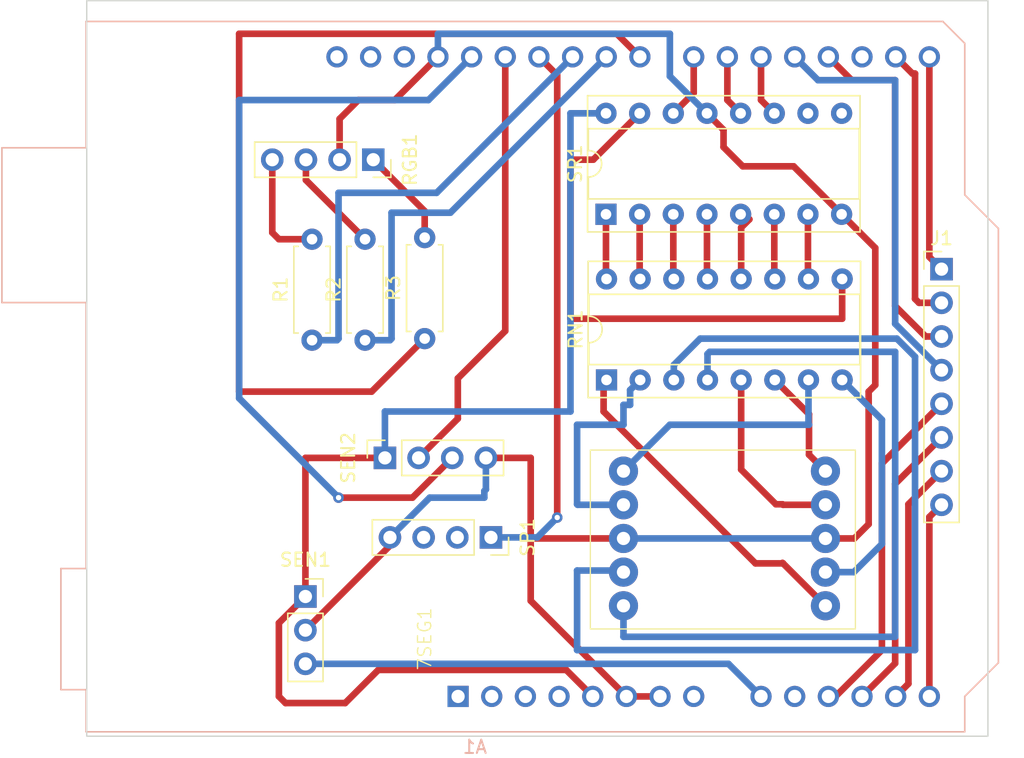
<source format=kicad_pcb>
(kicad_pcb (version 20240108) (generator "pcbnew") (generator_version "8.0")
  (layers (0 "F.Cu" signal) (31 "B.Cu" signal) (34 "B.Paste" user) (35 "F.Paste" user) (36 "B.SilkS" user "B.Silkscreen") (37 "F.SilkS" user "F.Silkscreen") (38 "B.Mask" user) (39 "F.Mask" user) (44 "Edge.Cuts" user))
  (net 0 "")
  (net 1 "/F")
  (net 2 "GND")
  (net 3 "/G")
  (net 4 "/B")
  (net 5 "/C")
  (net 6 "/A")
  (net 7 "/D")
  (net 8 "/E")
  (net 9 "/DP")
  (net 10 "/A5")
  (net 11 "/D2")
  (net 12 "/PWM11")
  (net 13 "/D13")
  (net 15 "/D7")
  (net 16 "/PWM9")
  (net 17 "/D4")
  (net 20 "/A1")
  (net 22 "/D3")
  (net 23 "/PWM10")
  (net 24 "/A2")
  (net 26 "/D12")
  (net 27 "/D6")
  (net 28 "/A3")
  (net 30 "/D1")
  (net 31 "/A0")
  (net 32 "/D0")
  (net 33 "/5v")
  (net 35 "/A4")
  (net 37 "/PWM8")
  (net 38 "/D5")
  (net 39 "Net-(RGB1-Pin_4)")
  (net 40 "Net-(RGB1-Pin_3)")
  (net 41 "Net-(RGB1-Pin_1)")
  (net 42 "Net-(RN1-R8.2)")
  (net 43 "/11")
  (net 44 "Net-(RN1-R1.2)")
  (net 45 "/12")
  (net 46 "Net-(RN1-R4.2)")
  (net 47 "Net-(RN1-R3.2)")
  (net 48 "Net-(RN1-R2.2)")
  (net 49 "/10")
  (footprint "Package_DIP:DIP-16_W7.62mm_Socket" (layer "F.Cu") (at 96.18 96.12 90)
    (property "Reference" "SR1" (at 3.81 -2.33 270) (layer "F.SilkS"))
    (property "Value" "74HC595")
    (fp_line (start 8.95 -1.39) (end -1.33 -1.39) (stroke (width 0.12)) (layer "F.SilkS"))
    (fp_line (start -1.33 -1.39) (end -1.33 19.17) (stroke (width 0.12)) (layer "F.SilkS"))
    (fp_line (start 6.46 -1.33) (end 4.81 -1.33) (stroke (width 0.12)) (layer "F.SilkS"))
    (fp_line (start 2.81 -1.33) (end 1.16 -1.33) (stroke (width 0.12)) (layer "F.SilkS"))
    (fp_line (start 1.16 -1.33) (end 1.16 19.11) (stroke (width 0.12)) (layer "F.SilkS"))
    (fp_line (start 6.46 19.11) (end 6.46 -1.33) (stroke (width 0.12)) (layer "F.SilkS"))
    (fp_line (start 1.16 19.11) (end 6.46 19.11) (stroke (width 0.12)) (layer "F.SilkS"))
    (fp_line (start 8.95 19.17) (end 8.95 -1.39) (stroke (width 0.12)) (layer "F.SilkS"))
    (fp_line (start -1.33 19.17) (end 8.95 19.17) (stroke (width 0.12)) (layer "F.SilkS"))
    (fp_arc (start 4.81 -1.33) (mid 3.81 -0.33) (end 2.81 -1.33) (stroke (width 0.12)) (layer "F.SilkS"))
    (pad "1" thru_hole rect (at 0 0 90) (size 1.6 1.6) (drill 0.8) (layers "*.Cu" "*.Mask") (net 44 "Net-(RN1-R1.2)"))
    (pad "2" thru_hole oval (at 0 2.54 90) (size 1.6 1.6) (drill 0.8) (layers "*.Cu" "*.Mask") (net 48 "Net-(RN1-R2.2)"))
    (pad "3" thru_hole oval (at 0 5.08 90) (size 1.6 1.6) (drill 0.8) (layers "*.Cu" "*.Mask") (net 47 "Net-(RN1-R3.2)"))
    (pad "4" thru_hole oval (at 0 7.62 90) (size 1.6 1.6) (drill 0.8) (layers "*.Cu" "*.Mask") (net 46 "Net-(RN1-R4.2)"))
    (pad "5" thru_hole oval (at 0 10.16 90) (size 1.6 1.6) (drill 0.8) (layers "*.Cu" "*.Mask") (net 45 "/12"))
    (pad "6" thru_hole oval (at 0 12.7 90) (size 1.6 1.6) (drill 0.8) (layers "*.Cu" "*.Mask") (net 43 "/11"))
    (pad "7" thru_hole oval (at 0 15.24 90) (size 1.6 1.6) (drill 0.8) (layers "*.Cu" "*.Mask") (net 49 "/10"))
    (pad "8" thru_hole oval (at 0 17.78 90) (size 1.6 1.6) (drill 0.8) (layers "*.Cu" "*.Mask") (net 2 "GND"))
    (pad "9" thru_hole oval (at 7.62 17.78 90) (size 1.6 1.6) (drill 0.8) (layers "*.Cu" "*.Mask"))
    (pad "10" thru_hole oval (at 7.62 15.24 90) (size 1.6 1.6) (drill 0.8) (layers "*.Cu" "*.Mask"))
    (pad "11" thru_hole oval (at 7.62 12.7 90) (size 1.6 1.6) (drill 0.8) (layers "*.Cu" "*.Mask") (net 38 "/D5"))
    (pad "12" thru_hole oval (at 7.62 10.16 90) (size 1.6 1.6) (drill 0.8) (layers "*.Cu" "*.Mask") (net 27 "/D6"))
    (pad "13" thru_hole oval (at 7.62 7.62 90) (size 1.6 1.6) (drill 0.8) (layers "*.Cu" "*.Mask") (net 2 "GND"))
    (pad "14" thru_hole oval (at 7.62 5.08 90) (size 1.6 1.6) (drill 0.8) (layers "*.Cu" "*.Mask") (net 15 "/D7"))
    (pad "15" thru_hole oval (at 7.62 2.54 90) (size 1.6 1.6) (drill 0.8) (layers "*.Cu" "*.Mask") (net 42 "Net-(RN1-R8.2)"))
    (pad "16" thru_hole oval (at 7.62 0 90) (size 1.6 1.6) (drill 0.8) (layers "*.Cu" "*.Mask") (net 33 "/5v"))
  )
  (footprint "Connector_PinSocket_2.54mm:PinSocket_1x04_P2.54mm_Vertical" (layer "F.Cu") (at 87.5 120.5 -90)
    (property "Reference" "SP1" (at 0 -2.77 90) (layer "F.SilkS"))
    (property "Value" "Conn_01x04_Socket")
    (fp_line (start -1.33 8.95) (end 1.33 8.95) (stroke (width 0.12)) (layer "F.SilkS"))
    (fp_line (start -1.33 1.27) (end -1.33 8.95) (stroke (width 0.12)) (layer "F.SilkS"))
    (fp_line (start -1.33 1.27) (end 1.33 1.27) (stroke (width 0.12)) (layer "F.SilkS"))
    (fp_line (start 1.33 1.27) (end 1.33 8.95) (stroke (width 0.12)) (layer "F.SilkS"))
    (fp_line (start 0 -1.33) (end 1.33 -1.33) (stroke (width 0.12)) (layer "F.SilkS"))
    (fp_line (start 1.33 -1.33) (end 1.33 0) (stroke (width 0.12)) (layer "F.SilkS"))
    (pad "1" thru_hole rect (at 0 0 270) (size 1.7 1.7) (drill 1) (layers "*.Cu" "*.Mask") (net 12 "/PWM11"))
    (pad "2" thru_hole oval (at 0 2.54 270) (size 1.7 1.7) (drill 1) (layers "*.Cu" "*.Mask"))
    (pad "3" thru_hole oval (at 0 5.08 270) (size 1.7 1.7) (drill 1) (layers "*.Cu" "*.Mask"))
    (pad "4" thru_hole oval (at 0 7.62 270) (size 1.7 1.7) (drill 1) (layers "*.Cu" "*.Mask") (net 2 "GND"))
  )
  (footprint "Resistor_THT:R_Axial_DIN0207_L6.3mm_D2.5mm_P7.62mm_Horizontal" (layer "F.Cu") (at 74 105.62 90)
    (property "Reference" "R1" (at 3.81 -2.37 270) (layer "F.SilkS"))
    (property "Value" "R")
    (fp_line (start 7.08 -1.37) (end 7.08 -1.04) (stroke (width 0.12)) (layer "F.SilkS"))
    (fp_line (start 0.54 -1.37) (end 7.08 -1.37) (stroke (width 0.12)) (layer "F.SilkS"))
    (fp_line (start 0.54 -1.04) (end 0.54 -1.37) (stroke (width 0.12)) (layer "F.SilkS"))
    (fp_line (start 0.54 1.04) (end 0.54 1.37) (stroke (width 0.12)) (layer "F.SilkS"))
    (fp_line (start 7.08 1.37) (end 7.08 1.04) (stroke (width 0.12)) (layer "F.SilkS"))
    (fp_line (start 0.54 1.37) (end 7.08 1.37) (stroke (width 0.12)) (layer "F.SilkS"))
    (pad "1" thru_hole circle (at 0 0 90) (size 1.6 1.6) (drill 0.8) (layers "*.Cu" "*.Mask") (net 23 "/PWM10"))
    (pad "2" thru_hole oval (at 7.62 0 90) (size 1.6 1.6) (drill 0.8) (layers "*.Cu" "*.Mask") (net 39 "Net-(RGB1-Pin_4)"))
  )
  (footprint "Resistor_THT:R_Axial_DIN0207_L6.3mm_D2.5mm_P7.62mm_Horizontal" (layer "F.Cu") (at 82.5 105.5 90)
    (property "Reference" "R3" (at 3.81 -2.37 270) (layer "F.SilkS"))
    (property "Value" "R")
    (fp_line (start 7.08 -1.37) (end 7.08 -1.04) (stroke (width 0.12)) (layer "F.SilkS"))
    (fp_line (start 0.54 -1.37) (end 7.08 -1.37) (stroke (width 0.12)) (layer "F.SilkS"))
    (fp_line (start 0.54 -1.04) (end 0.54 -1.37) (stroke (width 0.12)) (layer "F.SilkS"))
    (fp_line (start 0.54 1.04) (end 0.54 1.37) (stroke (width 0.12)) (layer "F.SilkS"))
    (fp_line (start 7.08 1.37) (end 7.08 1.04) (stroke (width 0.12)) (layer "F.SilkS"))
    (fp_line (start 0.54 1.37) (end 7.08 1.37) (stroke (width 0.12)) (layer "F.SilkS"))
    (pad "1" thru_hole circle (at 0 0 90) (size 1.6 1.6) (drill 0.8) (layers "*.Cu" "*.Mask") (net 37 "/PWM8"))
    (pad "2" thru_hole oval (at 7.62 0 90) (size 1.6 1.6) (drill 0.8) (layers "*.Cu" "*.Mask") (net 41 "Net-(RGB1-Pin_1)"))
  )
  (footprint "Connector_PinSocket_2.54mm:PinSocket_1x04_P2.54mm_Vertical" (layer "F.Cu") (at 79.5 114.5 90)
    (property "Reference" "SEN2" (at 0 -2.77 270) (layer "F.SilkS"))
    (property "Value" "Conn_01x04_Socket")
    (fp_line (start 1.33 -1.33) (end 1.33 0) (stroke (width 0.12)) (layer "F.SilkS"))
    (fp_line (start 0 -1.33) (end 1.33 -1.33) (stroke (width 0.12)) (layer "F.SilkS"))
    (fp_line (start 1.33 1.27) (end 1.33 8.95) (stroke (width 0.12)) (layer "F.SilkS"))
    (fp_line (start -1.33 1.27) (end 1.33 1.27) (stroke (width 0.12)) (layer "F.SilkS"))
    (fp_line (start -1.33 1.27) (end -1.33 8.95) (stroke (width 0.12)) (layer "F.SilkS"))
    (fp_line (start -1.33 8.95) (end 1.33 8.95) (stroke (width 0.12)) (layer "F.SilkS"))
    (pad "1" thru_hole rect (at 0 0 90) (size 1.7 1.7) (drill 1) (layers "*.Cu" "*.Mask") (net 33 "/5v"))
    (pad "2" thru_hole oval (at 0 2.54 90) (size 1.7 1.7) (drill 1) (layers "*.Cu" "*.Mask") (net 26 "/D12"))
    (pad "3" thru_hole oval (at 0 5.08 90) (size 1.7 1.7) (drill 1) (layers "*.Cu" "*.Mask") (net 13 "/D13"))
    (pad "4" thru_hole oval (at 0 7.62 90) (size 1.7 1.7) (drill 1) (layers "*.Cu" "*.Mask") (net 2 "GND"))
  )
  (footprint "Package_DIP:DIP-16_W7.62mm_Socket" (layer "F.Cu") (at 96.22 108.62 90)
    (property "Reference" "RN1" (at 3.81 -2.33 270) (layer "F.SilkS"))
    (property "Value" "R_Pack08")
    (fp_line (start 8.95 -1.39) (end -1.33 -1.39) (stroke (width 0.12)) (layer "F.SilkS"))
    (fp_line (start -1.33 -1.39) (end -1.33 19.17) (stroke (width 0.12)) (layer "F.SilkS"))
    (fp_line (start 6.46 -1.33) (end 4.81 -1.33) (stroke (width 0.12)) (layer "F.SilkS"))
    (fp_line (start 2.81 -1.33) (end 1.16 -1.33) (stroke (width 0.12)) (layer "F.SilkS"))
    (fp_line (start 1.16 -1.33) (end 1.16 19.11) (stroke (width 0.12)) (layer "F.SilkS"))
    (fp_line (start 6.46 19.11) (end 6.46 -1.33) (stroke (width 0.12)) (layer "F.SilkS"))
    (fp_line (start 1.16 19.11) (end 6.46 19.11) (stroke (width 0.12)) (layer "F.SilkS"))
    (fp_line (start 8.95 19.17) (end 8.95 -1.39) (stroke (width 0.12)) (layer "F.SilkS"))
    (fp_line (start -1.33 19.17) (end 8.95 19.17) (stroke (width 0.12)) (layer "F.SilkS"))
    (fp_arc (start 4.81 -1.33) (mid 3.81 -0.33) (end 2.81 -1.33) (stroke (width 0.12)) (layer "F.SilkS"))
    (pad "1" thru_hole rect (at 0 0 90) (size 1.6 1.6) (drill 0.8) (layers "*.Cu" "*.Mask") (net 4 "/B"))
    (pad "2" thru_hole oval (at 0 2.54 90) (size 1.6 1.6) (drill 0.8) (layers "*.Cu" "*.Mask") (net 5 "/C"))
    (pad "3" thru_hole oval (at 0 5.08 90) (size 1.6 1.6) (drill 0.8) (layers "*.Cu" "*.Mask") (net 7 "/D"))
    (pad "4" thru_hole oval (at 0 7.62 90) (size 1.6 1.6) (drill 0.8) (layers "*.Cu" "*.Mask") (net 8 "/E"))
    (pad "5" thru_hole oval (at 0 10.16 90) (size 1.6 1.6) (drill 0.8) (layers "*.Cu" "*.Mask") (net 1 "/F"))
    (pad "6" thru_hole oval (at 0 12.7 90) (size 1.6 1.6) (drill 0.8) (layers "*.Cu" "*.Mask") (net 3 "/G"))
    (pad "7" thru_hole oval (at 0 15.24 90) (size 1.6 1.6) (drill 0.8) (layers "*.Cu" "*.Mask") (net 9 "/DP"))
    (pad "8" thru_hole oval (at 0 17.78 90) (size 1.6 1.6) (drill 0.8) (layers "*.Cu" "*.Mask") (net 6 "/A"))
    (pad "9" thru_hole oval (at 7.62 17.78 90) (size 1.6 1.6) (drill 0.8) (layers "*.Cu" "*.Mask") (net 42 "Net-(RN1-R8.2)"))
    (pad "10" thru_hole oval (at 7.62 15.24 90) (size 1.6 1.6) (drill 0.8) (layers "*.Cu" "*.Mask") (net 49 "/10"))
    (pad "11" thru_hole oval (at 7.62 12.7 90) (size 1.6 1.6) (drill 0.8) (layers "*.Cu" "*.Mask") (net 43 "/11"))
    (pad "12" thru_hole oval (at 7.62 10.16 90) (size 1.6 1.6) (drill 0.8) (layers "*.Cu" "*.Mask") (net 45 "/12"))
    (pad "13" thru_hole oval (at 7.62 7.62 90) (size 1.6 1.6) (drill 0.8) (layers "*.Cu" "*.Mask") (net 46 "Net-(RN1-R4.2)"))
    (pad "14" thru_hole oval (at 7.62 5.08 90) (size 1.6 1.6) (drill 0.8) (layers "*.Cu" "*.Mask") (net 47 "Net-(RN1-R3.2)"))
    (pad "15" thru_hole oval (at 7.62 2.54 90) (size 1.6 1.6) (drill 0.8) (layers "*.Cu" "*.Mask") (net 48 "Net-(RN1-R2.2)"))
    (pad "16" thru_hole oval (at 7.62 0 90) (size 1.6 1.6) (drill 0.8) (layers "*.Cu" "*.Mask") (net 44 "Net-(RN1-R1.2)"))
  )
  (footprint "Connector_PinSocket_2.54mm:PinSocket_1x04_P2.54mm_Vertical" (layer "F.Cu") (at 78.62 92 -90)
    (property "Reference" "RGB1" (at 0 -2.77 90) (layer "F.SilkS"))
    (property "Value" "Conn_01x04_Socket")
    (fp_line (start -1.33 8.95) (end 1.33 8.95) (stroke (width 0.12)) (layer "F.SilkS"))
    (fp_line (start -1.33 1.27) (end -1.33 8.95) (stroke (width 0.12)) (layer "F.SilkS"))
    (fp_line (start -1.33 1.27) (end 1.33 1.27) (stroke (width 0.12)) (layer "F.SilkS"))
    (fp_line (start 1.33 1.27) (end 1.33 8.95) (stroke (width 0.12)) (layer "F.SilkS"))
    (fp_line (start 0 -1.33) (end 1.33 -1.33) (stroke (width 0.12)) (layer "F.SilkS"))
    (fp_line (start 1.33 -1.33) (end 1.33 0) (stroke (width 0.12)) (layer "F.SilkS"))
    (pad "1" thru_hole rect (at 0 0 270) (size 1.7 1.7) (drill 1) (layers "*.Cu" "*.Mask") (net 41 "Net-(RGB1-Pin_1)"))
    (pad "2" thru_hole oval (at 0 2.54 270) (size 1.7 1.7) (drill 1) (layers "*.Cu" "*.Mask") (net 2 "GND"))
    (pad "3" thru_hole oval (at 0 5.08 270) (size 1.7 1.7) (drill 1) (layers "*.Cu" "*.Mask") (net 40 "Net-(RGB1-Pin_3)"))
    (pad "4" thru_hole oval (at 0 7.62 270) (size 1.7 1.7) (drill 1) (layers "*.Cu" "*.Mask") (net 39 "Net-(RGB1-Pin_4)"))
  )
  (footprint "footprints:LS-5161AS" (layer "F.Cu") (at 97.5 125.66 90)
    (property "Reference" "7SEG1" (at -2.5 -15 90) (layer "F.SilkS") (effects (font (thickness 0.1))))
    (property "Value" "D168K")
    (fp_rect (start -1.75 -2.5) (end 11.75 17.5) (stroke (width 0.1)) (fill none) (layer "F.SilkS"))
    (pad "1" thru_hole circle (at 0 0 90) (size 2.2 2.2) (drill 1) (layers "*.Cu" "*.Mask") (net 8 "/E"))
    (pad "2" thru_hole circle (at 2.54 0 90) (size 2.2 2.2) (drill 1) (layers "*.Cu" "*.Mask") (net 7 "/D"))
    (pad "3" thru_hole circle (at 5.08 0 90) (size 2.2 2.2) (drill 1) (layers "*.Cu" "*.Mask") (net 2 "GND"))
    (pad "4" thru_hole circle (at 7.62 0 90) (size 2.2 2.2) (drill 1) (layers "*.Cu" "*.Mask") (net 5 "/C"))
    (pad "5" thru_hole circle (at 10.16 0 90) (size 2.2 2.2) (drill 1) (layers "*.Cu" "*.Mask") (net 9 "/DP"))
    (pad "6" thru_hole circle (at 0 15.24 90) (size 2.2 2.2) (drill 1) (layers "*.Cu" "*.Mask") (net 4 "/B"))
    (pad "7" thru_hole circle (at 2.54 15.24 90) (size 2.2 2.2) (drill 1) (layers "*.Cu" "*.Mask") (net 6 "/A"))
    (pad "8" thru_hole circle (at 5.08 15.24 90) (size 2.2 2.2) (drill 1) (layers "*.Cu" "*.Mask") (net 2 "GND"))
    (pad "9" thru_hole circle (at 7.62 15.24 90) (size 2.2 2.2) (drill 1) (layers "*.Cu" "*.Mask") (net 1 "/F"))
    (pad "10" thru_hole circle (at 10.16 15.24 90) (size 2.2 2.2) (drill 1) (layers "*.Cu" "*.Mask") (net 3 "/G"))
  )
  (footprint "Connector_PinHeader_2.54mm:PinHeader_1x08_P2.54mm_Vertical" (layer "F.Cu") (at 121.5 100.26)
    (property "Reference" "J1" (at 0 -2.33 360) (layer "F.SilkS"))
    (property "Value" "Conn_01x08_Pin")
    (fp_line (start -1.33 -1.33) (end 0 -1.33) (stroke (width 0.12)) (layer "F.SilkS"))
    (fp_line (start -1.33 0) (end -1.33 -1.33) (stroke (width 0.12)) (layer "F.SilkS"))
    (fp_line (start -1.33 1.27) (end -1.33 19.11) (stroke (width 0.12)) (layer "F.SilkS"))
    (fp_line (start -1.33 1.27) (end 1.33 1.27) (stroke (width 0.12)) (layer "F.SilkS"))
    (fp_line (start -1.33 19.11) (end 1.33 19.11) (stroke (width 0.12)) (layer "F.SilkS"))
    (fp_line (start 1.33 1.27) (end 1.33 19.11) (stroke (width 0.12)) (layer "F.SilkS"))
    (pad "1" thru_hole rect (at 0 0) (size 1.7 1.7) (drill 1) (layers "*.Cu" "*.Mask") (net 32 "/D0"))
    (pad "2" thru_hole oval (at 0 2.54) (size 1.7 1.7) (drill 1) (layers "*.Cu" "*.Mask") (net 30 "/D1"))
    (pad "3" thru_hole oval (at 0 5.08) (size 1.7 1.7) (drill 1) (layers "*.Cu" "*.Mask") (net 22 "/D3"))
    (pad "4" thru_hole oval (at 0 7.62) (size 1.7 1.7) (drill 1) (layers "*.Cu" "*.Mask") (net 17 "/D4"))
    (pad "5" thru_hole oval (at 0 10.16) (size 1.7 1.7) (drill 1) (layers "*.Cu" "*.Mask") (net 24 "/A2"))
    (pad "6" thru_hole oval (at 0 12.7) (size 1.7 1.7) (drill 1) (layers "*.Cu" "*.Mask") (net 28 "/A3"))
    (pad "7" thru_hole oval (at 0 15.24) (size 1.7 1.7) (drill 1) (layers "*.Cu" "*.Mask") (net 35 "/A4"))
    (pad "8" thru_hole oval (at 0 17.78) (size 1.7 1.7) (drill 1) (layers "*.Cu" "*.Mask") (net 10 "/A5"))
  )
  (footprint "Connector_PinSocket_2.54mm:PinSocket_1x03_P2.54mm_Vertical" (layer "F.Cu") (at 73.5 124.96)
    (property "Reference" "SEN1" (at 0 -2.77 360) (layer "F.SilkS"))
    (property "Value" "Conn_01x03_Socket")
    (fp_line (start -1.33 1.27) (end -1.33 6.41) (stroke (width 0.12)) (layer "F.SilkS"))
    (fp_line (start -1.33 1.27) (end 1.33 1.27) (stroke (width 0.12)) (layer "F.SilkS"))
    (fp_line (start -1.33 6.41) (end 1.33 6.41) (stroke (width 0.12)) (layer "F.SilkS"))
    (fp_line (start 0 -1.33) (end 1.33 -1.33) (stroke (width 0.12)) (layer "F.SilkS"))
    (fp_line (start 1.33 -1.33) (end 1.33 0) (stroke (width 0.12)) (layer "F.SilkS"))
    (fp_line (start 1.33 1.27) (end 1.33 6.41) (stroke (width 0.12)) (layer "F.SilkS"))
    (pad "1" thru_hole rect (at 0 0) (size 1.7 1.7) (drill 1) (layers "*.Cu" "*.Mask") (net 33 "/5v"))
    (pad "2" thru_hole oval (at 0 2.54) (size 1.7 1.7) (drill 1) (layers "*.Cu" "*.Mask") (net 2 "GND"))
    (pad "3" thru_hole oval (at 0 5.08) (size 1.7 1.7) (drill 1) (layers "*.Cu" "*.Mask") (net 31 "/A0"))
  )
  (footprint "Resistor_THT:R_Axial_DIN0207_L6.3mm_D2.5mm_P7.62mm_Horizontal" (layer "F.Cu") (at 78 105.62 90)
    (property "Reference" "R2" (at 3.81 -2.37 270) (layer "F.SilkS"))
    (property "Value" "R")
    (fp_line (start 7.08 -1.37) (end 7.08 -1.04) (stroke (width 0.12)) (layer "F.SilkS"))
    (fp_line (start 0.54 -1.37) (end 7.08 -1.37) (stroke (width 0.12)) (layer "F.SilkS"))
    (fp_line (start 0.54 -1.04) (end 0.54 -1.37) (stroke (width 0.12)) (layer "F.SilkS"))
    (fp_line (start 0.54 1.04) (end 0.54 1.37) (stroke (width 0.12)) (layer "F.SilkS"))
    (fp_line (start 7.08 1.37) (end 7.08 1.04) (stroke (width 0.12)) (layer "F.SilkS"))
    (fp_line (start 0.54 1.37) (end 7.08 1.37) (stroke (width 0.12)) (layer "F.SilkS"))
    (pad "1" thru_hole circle (at 0 0 90) (size 1.6 1.6) (drill 0.8) (layers "*.Cu" "*.Mask") (net 16 "/PWM9"))
    (pad "2" thru_hole oval (at 7.62 0 90) (size 1.6 1.6) (drill 0.8) (layers "*.Cu" "*.Mask") (net 40 "Net-(RGB1-Pin_3)"))
  )
  (footprint "Module:Arduino_UNO_R3" (layer "B.Cu") (at 85.02 132.5)
    (property "Reference" "A1" (at 1.27 3.81 360) (layer "B.SilkS") (effects (justify mirror)))
    (property "Value" "Arduino_UNO_R3")
    (fp_line (start -34.42 -41.4) (end -34.42 -29.72) (stroke (width 0.12)) (layer "B.SilkS"))
    (fp_line (start -34.42 -29.72) (end -28.07 -29.72) (stroke (width 0.12)) (layer "B.SilkS"))
    (fp_line (start -29.97 -9.65) (end -29.97 -0.51) (stroke (width 0.12)) (layer "B.SilkS"))
    (fp_line (start -29.97 -0.51) (end -28.07 -0.51) (stroke (width 0.12)) (layer "B.SilkS"))
    (fp_line (start -28.07 -50.93) (end -28.07 -41.4) (stroke (width 0.12)) (layer "B.SilkS"))
    (fp_line (start -28.07 -41.4) (end -34.42 -41.4) (stroke (width 0.12)) (layer "B.SilkS"))
    (fp_line (start -28.07 -29.72) (end -28.07 -9.65) (stroke (width 0.12)) (layer "B.SilkS"))
    (fp_line (start -28.07 -9.65) (end -29.97 -9.65) (stroke (width 0.12)) (layer "B.SilkS"))
    (fp_line (start -28.07 -0.51) (end -28.07 2.67) (stroke (width 0.12)) (layer "B.SilkS"))
    (fp_line (start -28.07 2.67) (end 38.23 2.67) (stroke (width 0.12)) (layer "B.SilkS"))
    (fp_line (start 36.58 -50.93) (end -28.07 -50.93) (stroke (width 0.12)) (layer "B.SilkS"))
    (fp_line (start 38.23 -49.28) (end 36.58 -50.93) (stroke (width 0.12)) (layer "B.SilkS"))
    (fp_line (start 38.23 -37.85) (end 38.23 -49.28) (stroke (width 0.12)) (layer "B.SilkS"))
    (fp_line (start 38.23 0) (end 40.77 -2.54) (stroke (width 0.12)) (layer "B.SilkS"))
    (fp_line (start 38.23 2.67) (end 38.23 0) (stroke (width 0.12)) (layer "B.SilkS"))
    (fp_line (start 40.77 -35.31) (end 38.23 -37.85) (stroke (width 0.12)) (layer "B.SilkS"))
    (fp_line (start 40.77 -2.54) (end 40.77 -35.31) (stroke (width 0.12)) (layer "B.SilkS"))
    (pad "1" thru_hole rect (at 0 0 270) (size 1.6 1.6) (drill 1) (layers "*.Cu" "*.Mask"))
    (pad "2" thru_hole oval (at 2.54 0 270) (size 1.6 1.6) (drill 1) (layers "*.Cu" "*.Mask"))
    (pad "3" thru_hole oval (at 5.08 0 270) (size 1.6 1.6) (drill 1) (layers "*.Cu" "*.Mask"))
    (pad "4" thru_hole oval (at 7.62 0 270) (size 1.6 1.6) (drill 1) (layers "*.Cu" "*.Mask"))
    (pad "5" thru_hole oval (at 10.16 0 270) (size 1.6 1.6) (drill 1) (layers "*.Cu" "*.Mask") (net 33 "/5v"))
    (pad "6" thru_hole oval (at 12.7 0 270) (size 1.6 1.6) (drill 1) (layers "*.Cu" "*.Mask") (net 2 "GND"))
    (pad "7" thru_hole oval (at 15.24 0 270) (size 1.6 1.6) (drill 1) (layers "*.Cu" "*.Mask") (net 2 "GND"))
    (pad "8" thru_hole oval (at 17.78 0 270) (size 1.6 1.6) (drill 1) (layers "*.Cu" "*.Mask"))
    (pad "9" thru_hole oval (at 22.86 0 270) (size 1.6 1.6) (drill 1) (layers "*.Cu" "*.Mask") (net 31 "/A0"))
    (pad "10" thru_hole oval (at 25.4 0 270) (size 1.6 1.6) (drill 1) (layers "*.Cu" "*.Mask") (net 20 "/A1"))
    (pad "11" thru_hole oval (at 27.94 0 270) (size 1.6 1.6) (drill 1) (layers "*.Cu" "*.Mask") (net 24 "/A2"))
    (pad "12" thru_hole oval (at 30.48 0 270) (size 1.6 1.6) (drill 1) (layers "*.Cu" "*.Mask") (net 28 "/A3"))
    (pad "13" thru_hole oval (at 33.02 0 270) (size 1.6 1.6) (drill 1) (layers "*.Cu" "*.Mask") (net 35 "/A4"))
    (pad "14" thru_hole oval (at 35.56 0 270) (size 1.6 1.6) (drill 1) (layers "*.Cu" "*.Mask") (net 10 "/A5"))
    (pad "15" thru_hole oval (at 35.56 -48.26 270) (size 1.6 1.6) (drill 1) (layers "*.Cu" "*.Mask") (net 32 "/D0"))
    (pad "16" thru_hole oval (at 33.02 -48.26 270) (size 1.6 1.6) (drill 1) (layers "*.Cu" "*.Mask") (net 30 "/D1"))
    (pad "17" thru_hole oval (at 30.48 -48.26 270) (size 1.6 1.6) (drill 1) (layers "*.Cu" "*.Mask") (net 11 "/D2"))
    (pad "18" thru_hole oval (at 27.94 -48.26 270) (size 1.6 1.6) (drill 1) (layers "*.Cu" "*.Mask") (net 22 "/D3"))
    (pad "19" thru_hole oval (at 25.4 -48.26 270) (size 1.6 1.6) (drill 1) (layers "*.Cu" "*.Mask") (net 17 "/D4"))
    (pad "20" thru_hole oval (at 22.86 -48.26 270) (size 1.6 1.6) (drill 1) (layers "*.Cu" "*.Mask") (net 38 "/D5"))
    (pad "21" thru_hole oval (at 20.32 -48.26 270) (size 1.6 1.6) (drill 1) (layers "*.Cu" "*.Mask") (net 27 "/D6"))
    (pad "22" thru_hole oval (at 17.78 -48.26 270) (size 1.6 1.6) (drill 1) (layers "*.Cu" "*.Mask") (net 15 "/D7"))
    (pad "23" thru_hole oval (at 13.72 -48.26 270) (size 1.6 1.6) (drill 1) (layers "*.Cu" "*.Mask") (net 37 "/PWM8"))
    (pad "24" thru_hole oval (at 11.18 -48.26 270) (size 1.6 1.6) (drill 1) (layers "*.Cu" "*.Mask") (net 16 "/PWM9"))
    (pad "25" thru_hole oval (at 8.64 -48.26 270) (size 1.6 1.6) (drill 1) (layers "*.Cu" "*.Mask") (net 23 "/PWM10"))
    (pad "26" thru_hole oval (at 6.1 -48.26 270) (size 1.6 1.6) (drill 1) (layers "*.Cu" "*.Mask") (net 12 "/PWM11"))
    (pad "27" thru_hole oval (at 3.56 -48.26 270) (size 1.6 1.6) (drill 1) (layers "*.Cu" "*.Mask") (net 26 "/D12"))
    (pad "28" thru_hole oval (at 1.02 -48.26 270) (size 1.6 1.6) (drill 1) (layers "*.Cu" "*.Mask") (net 13 "/D13"))
    (pad "29" thru_hole oval (at -1.52 -48.26 270) (size 1.6 1.6) (drill 1) (layers "*.Cu" "*.Mask") (net 2 "GND"))
    (pad "30" thru_hole oval (at -4.06 -48.26 270) (size 1.6 1.6) (drill 1) (layers "*.Cu" "*.Mask"))
    (pad "31" thru_hole oval (at -6.6 -48.26 270) (size 1.6 1.6) (drill 1) (layers "*.Cu" "*.Mask"))
    (pad "32" thru_hole oval (at -9.14 -48.26 270) (size 1.6 1.6) (drill 1) (layers "*.Cu" "*.Mask"))
  )
  (gr_rect (start 57 80) (end 125 135.5) (stroke (width 0.1)) (fill none) (layer "Edge.Cuts"))
  (segment (start 109.5 118) (end 109.54 118.04) (width 0.5) (layer "F.Cu") (net 1))
  (segment (start 106.38 108.62) (end 106.38 115.38) (width 0.5) (layer "F.Cu") (net 1))
  (segment (start 106.38 115.38) (end 109 118) (width 0.5) (layer "F.Cu") (net 1))
  (segment (start 109 118) (end 109.5 118) (width 0.5) (layer "F.Cu") (net 1))
  (segment (start 109.54 118.04) (end 112.74 118.04) (width 0.5) (layer "F.Cu") (net 1))
  (segment (start 90.5 120.5) (end 90.5 114.5) (width 0.5) (layer "F.Cu") (net 2))
  (segment (start 106.5 92.5) (end 110.34 92.5) (width 0.5) (layer "F.Cu") (net 2))
  (segment (start 97.5 120.58) (end 90.58 120.58) (width 0.5) (layer "F.Cu") (net 2))
  (segment (start 113.96 96.12) (end 116.5 98.66) (width 0.5) (layer "F.Cu") (net 2))
  (segment (start 116.5 109) (end 116 109.5) (width 0.5) (layer "F.Cu") (net 2))
  (segment (start 114.92 120.58) (end 112.74 120.58) (width 0.5) (layer "F.Cu") (net 2))
  (segment (start 105.05 91.05) (end 106.5 92.5) (width 0.5) (layer "F.Cu") (net 2))
  (segment (start 73.5 127.5) (end 79.88 121.12) (width 0.5) (layer "F.Cu") (net 2))
  (segment (start 79.88 121.12) (end 79.88 120.5) (width 0.5) (layer "F.Cu") (net 2))
  (segment (start 116 109.5) (end 116 119.5) (width 0.5) (layer "F.Cu") (net 2))
  (segment (start 97.72 132.5) (end 90.5 125.28) (width 0.5) (layer "F.Cu") (net 2))
  (segment (start 90.58 120.58) (end 90.5 120.5) (width 0.5) (layer "F.Cu") (net 2))
  (segment (start 105.05 89.75) (end 105.05 91.05) (width 0.5) (layer "F.Cu") (net 2))
  (segment (start 90.5 114.5) (end 87.12 114.5) (width 0.5) (layer "F.Cu") (net 2))
  (segment (start 77.5 87.5) (end 76.08 88.92) (width 0.5) (layer "F.Cu") (net 2))
  (segment (start 103.8 88.5) (end 105.05 89.75) (width 0.5) (layer "F.Cu") (net 2))
  (segment (start 90.5 125.28) (end 90.5 120.5) (width 0.5) (layer "F.Cu") (net 2))
  (segment (start 83.5 84.24) (end 80.24 87.5) (width 0.5) (layer "F.Cu") (net 2))
  (segment (start 76.08 88.92) (end 76.08 92) (width 0.5) (layer "F.Cu") (net 2))
  (segment (start 116 119.5) (end 114.92 120.58) (width 0.5) (layer "F.Cu") (net 2))
  (segment (start 116.5 98.66) (end 116.5 109) (width 0.5) (layer "F.Cu") (net 2))
  (segment (start 110.34 92.5) (end 113.96 96.12) (width 0.5) (layer "F.Cu") (net 2))
  (segment (start 97.72 132.5) (end 100.26 132.5) (width 0.5) (layer "F.Cu") (net 2))
  (segment (start 80.24 87.5) (end 77.5 87.5) (width 0.5) (layer "F.Cu") (net 2))
  (segment (start 83.5 82.5) (end 101 82.5) (width 0.5) (layer "B.Cu") (net 2))
  (segment (start 79.88 120.5) (end 82.88 117.5) (width 0.5) (layer "B.Cu") (net 2))
  (segment (start 87.12 116.88) (end 87.12 114.5) (width 0.5) (layer "B.Cu") (net 2))
  (segment (start 87 117) (end 87.12 116.88) (width 0.5) (layer "B.Cu") (net 2))
  (segment (start 83.5 84.24) (end 83.5 82.5) (width 0.5) (layer "B.Cu") (net 2))
  (segment (start 101 85.7) (end 103.8 88.5) (width 0.5) (layer "B.Cu") (net 2))
  (segment (start 82.88 117.5) (end 87 117.5) (width 0.5) (layer "B.Cu") (net 2))
  (segment (start 101 82.5) (end 101 85.7) (width 0.5) (layer "B.Cu") (net 2))
  (segment (start 87 117.5) (end 87 117) (width 0.5) (layer "B.Cu") (net 2))
  (segment (start 97.5 120.58) (end 112.74 120.58) (width 0.5) (layer "B.Cu") (net 2))
  (segment (start 108.92 108.62) (end 111.5 111.2) (width 0.5) (layer "F.Cu") (net 3))
  (segment (start 111.5 114.26) (end 112.74 115.5) (width 0.5) (layer "F.Cu") (net 3))
  (segment (start 111.5 111.2) (end 111.5 114.26) (width 0.5) (layer "F.Cu") (net 3))
  (segment (start 109.54 122.46) (end 107.46 122.46) (width 0.5) (layer "F.Cu") (net 4))
  (segment (start 109.54 122.46) (end 109.5 122.42) (width 0.5) (layer "F.Cu") (net 4))
  (segment (start 96 111) (end 96 108.84) (width 0.5) (layer "F.Cu") (net 4))
  (segment (start 112.74 125.66) (end 109.54 122.46) (width 0.5) (layer "F.Cu") (net 4))
  (segment (start 107.46 122.46) (end 96 111) (width 0.5) (layer "F.Cu") (net 4))
  (segment (start 96 108.84) (end 96.22 108.62) (width 0.5) (layer "F.Cu") (net 4))
  (segment (start 97.5 112) (end 97.5 110.5) (width 0.5) (layer "B.Cu") (net 5))
  (segment (start 94.04 118.04) (end 94 118) (width 0.5) (layer "B.Cu") (net 5))
  (segment (start 98 110.5) (end 98 109.38) (width 0.5) (layer "B.Cu") (net 5))
  (segment (start 97.5 110.5) (end 98 110.5) (width 0.5) (layer "B.Cu") (net 5))
  (segment (start 98 109.38) (end 98.76 108.62) (width 0.5) (layer "B.Cu") (net 5))
  (segment (start 97.5 118.04) (end 94.04 118.04) (width 0.5) (layer "B.Cu") (net 5))
  (segment (start 94 112) (end 97.5 112) (width 0.5) (layer "B.Cu") (net 5))
  (segment (start 94 118) (end 94 112) (width 0.5) (layer "B.Cu") (net 5))
  (segment (start 114.88 123.12) (end 112.74 123.12) (width 0.5) (layer "B.Cu") (net 6))
  (segment (start 117 121) (end 114.88 123.12) (width 0.5) (layer "B.Cu") (net 6))
  (segment (start 117 111.62) (end 117 121) (width 0.5) (layer "B.Cu") (net 6))
  (segment (start 114 108.62) (end 117 111.62) (width 0.5) (layer "B.Cu") (net 6))
  (segment (start 97.5 123.12) (end 97.38 123) (width 0.5) (layer "B.Cu") (net 7))
  (segment (start 94 123) (end 94 129) (width 0.5) (layer "B.Cu") (net 7))
  (segment (start 97.38 123) (end 94 123) (width 0.5) (layer "B.Cu") (net 7))
  (segment (start 94 129) (end 119.5 129) (width 0.5) (layer "B.Cu") (net 7))
  (segment (start 103.28863 105.5) (end 101.3 107.48863) (width 0.5) (layer "B.Cu") (net 7))
  (segment (start 119.5 106.86995) (end 118.13005 105.5) (width 0.5) (layer "B.Cu") (net 7))
  (segment (start 119.5 129) (end 119.5 106.86995) (width 0.5) (layer "B.Cu") (net 7))
  (segment (start 118.13005 105.5) (end 103.28863 105.5) (width 0.5) (layer "B.Cu") (net 7))
  (segment (start 101.3 107.48863) (end 101.3 108.62) (width 0.5) (layer "B.Cu") (net 7))
  (segment (start 118 106.5) (end 104 106.5) (width 0.5) (layer "B.Cu") (net 8))
  (segment (start 97.5 128) (end 118 128) (width 0.5) (layer "B.Cu") (net 8))
  (segment (start 104 106.5) (end 103.84 106.66) (width 0.5) (layer "B.Cu") (net 8))
  (segment (start 97.5 125.66) (end 97.5 128) (width 0.5) (layer "B.Cu") (net 8))
  (segment (start 118 128) (end 118 106.5) (width 0.5) (layer "B.Cu") (net 8))
  (segment (start 103.84 106.66) (end 103.84 108.62) (width 0.5) (layer "B.Cu") (net 8))
  (segment (start 97.5 115.5) (end 101 112) (width 0.5) (layer "B.Cu") (net 9))
  (segment (start 111.5 112) (end 111.46 111.96) (width 0.5) (layer "B.Cu") (net 9))
  (segment (start 101 112) (end 111.5 112) (width 0.5) (layer "B.Cu") (net 9))
  (segment (start 111.46 111.96) (end 111.46 108.62) (width 0.5) (layer "B.Cu") (net 9))
  (segment (start 120.58 132.5) (end 120.58 118.96) (width 0.5) (layer "F.Cu") (net 10))
  (segment (start 120.58 118.96) (end 121.5 118.04) (width 0.5) (layer "F.Cu") (net 10))
  (segment (start 92.5 85.62) (end 92.5 119) (width 0.5) (layer "F.Cu") (net 12))
  (segment (start 91.12 84.24) (end 92.5 85.62) (width 0.5) (layer "F.Cu") (net 12))
  (via (at 92.5 119) (size 0.8) (drill 0.4) (layers "F.Cu" "B.Cu") (net 12))
  (segment (start 91 120.5) (end 87.5 120.5) (width 0.5) (layer "B.Cu") (net 12))
  (segment (start 92.5 119) (end 91 120.5) (width 0.5) (layer "B.Cu") (net 12))
  (segment (start 84.58 114.5) (end 81.58 117.5) (width 0.5) (layer "F.Cu") (net 13))
  (segment (start 81.58 117.5) (end 76 117.5) (width 0.5) (layer "F.Cu") (net 13))
  (via (at 76 117.5) (size 0.8) (drill 0.4) (layers "F.Cu" "B.Cu") (net 13))
  (segment (start 68.5 110) (end 68.5 87.5) (width 0.5) (layer "B.Cu") (net 13))
  (segment (start 68.5 87.5) (end 82.78 87.5) (width 0.5) (layer "B.Cu") (net 13))
  (segment (start 76 117.5) (end 68.5 110) (width 0.5) (layer "B.Cu") (net 13))
  (segment (start 82.78 87.5) (end 86.04 84.24) (width 0.5) (layer "B.Cu") (net 13))
  (segment (start 102.8 84.24) (end 102.8 86.96) (width 0.5) (layer "F.Cu") (net 15))
  (segment (start 102.8 86.96) (end 101.26 88.5) (width 0.5) (layer "F.Cu") (net 15))
  (segment (start 80 105.5) (end 80 96) (width 0.5) (layer "B.Cu") (net 16))
  (segment (start 78 105.62) (end 79.88 105.62) (width 0.5) (layer "B.Cu") (net 16))
  (segment (start 79.88 105.62) (end 80 105.5) (width 0.5) (layer "B.Cu") (net 16))
  (segment (start 84.44 96) (end 96.2 84.24) (width 0.5) (layer "B.Cu") (net 16))
  (segment (start 80 96) (end 84.44 96) (width 0.5) (layer "B.Cu") (net 16))
  (segment (start 110.42 84.24) (end 112.18 86) (width 0.5) (layer "B.Cu") (net 17))
  (segment (start 112.18 86) (end 118 86) (width 0.5) (layer "B.Cu") (net 17))
  (segment (start 118 104.38) (end 121.5 107.88) (width 0.5) (layer "B.Cu") (net 17))
  (segment (start 118 86) (end 118 104.38) (width 0.5) (layer "B.Cu") (net 17))
  (segment (start 112.96 84.24) (end 114.72 86) (width 0.5) (layer "F.Cu") (net 22))
  (segment (start 114.72 86) (end 118 86) (width 0.5) (layer "F.Cu") (net 22))
  (segment (start 118 103.042081) (end 120.297919 105.34) (width 0.5) (layer "F.Cu") (net 22))
  (segment (start 118 86) (end 118 103.042081) (width 0.5) (layer "F.Cu") (net 22))
  (segment (start 120.297919 105.34) (end 121.5 105.34) (width 0.5) (layer "F.Cu") (net 22))
  (segment (start 75.88 105.62) (end 76 105.5) (width 0.5) (layer "B.Cu") (net 23))
  (segment (start 83.4 94.5) (end 93.66 84.24) (width 0.5) (layer "B.Cu") (net 23))
  (segment (start 76 105.5) (end 76 94.5) (width 0.5) (layer "B.Cu") (net 23))
  (segment (start 76 94.5) (end 83.4 94.5) (width 0.5) (layer "B.Cu") (net 23))
  (segment (start 74 105.62) (end 75.88 105.62) (width 0.5) (layer "B.Cu") (net 23))
  (segment (start 117 114.92) (end 121.5 110.42) (width 0.5) (layer "F.Cu") (net 24))
  (segment (start 112.96 132.5) (end 113.5 132.5) (width 0.5) (layer "F.Cu") (net 24))
  (segment (start 117 129) (end 117 114.92) (width 0.5) (layer "F.Cu") (net 24))
  (segment (start 113.5 132.5) (end 117 129) (width 0.5) (layer "F.Cu") (net 24))
  (segment (start 82.04 114.5) (end 85 111.54) (width 0.5) (layer "F.Cu") (net 26))
  (segment (start 88.58 104.92) (end 88.58 84.24) (width 0.5) (layer "F.Cu") (net 26))
  (segment (start 85 108.5) (end 88.58 104.92) (width 0.5) (layer "F.Cu") (net 26))
  (segment (start 85 111.54) (end 85 108.5) (width 0.5) (layer "F.Cu") (net 26))
  (segment (start 105.34 84.24) (end 105.34 87.5) (width 0.5) (layer "F.Cu") (net 27))
  (segment (start 105.34 87.5) (end 106.34 88.5) (width 0.5) (layer "F.Cu") (net 27))
  (segment (start 118 116.46) (end 121.5 112.96) (width 0.5) (layer "F.Cu") (net 28))
  (segment (start 118 130) (end 118 116.46) (width 0.5) (layer "F.Cu") (net 28))
  (segment (start 115.5 132.5) (end 118 130) (width 0.5) (layer "F.Cu") (net 28))
  (segment (start 119.8 102.8) (end 121.5 102.8) (width 0.5) (layer "F.Cu") (net 30))
  (segment (start 119.3 85.5) (end 119.5 85.5) (width 0.5) (layer "F.Cu") (net 30))
  (segment (start 119.5 102.5) (end 119.8 102.8) (width 0.5) (layer "F.Cu") (net 30))
  (segment (start 119.5 85.5) (end 119.5 102.5) (width 0.5) (layer "F.Cu") (net 30))
  (segment (start 118.04 84.24) (end 119.3 85.5) (width 0.5) (layer "F.Cu") (net 30))
  (segment (start 73.5 130.04) (end 105.42 130.04) (width 0.5) (layer "B.Cu") (net 31))
  (segment (start 105.42 130.04) (end 107.88 132.5) (width 0.5) (layer "B.Cu") (net 31))
  (segment (start 120.58 99.34) (end 121.5 100.26) (width 0.5) (layer "F.Cu") (net 32))
  (segment (start 120.58 84.24) (end 120.58 99.34) (width 0.5) (layer "F.Cu") (net 32))
  (segment (start 76.5 133) (end 72 133) (width 0.5) (layer "F.Cu") (net 33))
  (segment (start 73.5 114.5) (end 79.5 114.5) (width 0.5) (layer "F.Cu") (net 33))
  (segment (start 73.5 124.96) (end 73.5 114.5) (width 0.5) (layer "F.Cu") (net 33))
  (segment (start 72 133) (end 71.5 132.5) (width 0.5) (layer "F.Cu") (net 33))
  (segment (start 95.18 132.5) (end 93.18 130.5) (width 0.5) (layer "F.Cu") (net 33))
  (segment (start 71.5 132.5) (end 71.5 126.96) (width 0.5) (layer "F.Cu") (net 33))
  (segment (start 79 130.5) (end 76.5 133) (width 0.5) (layer "F.Cu") (net 33))
  (segment (start 93.18 130.5) (end 79 130.5) (width 0.5) (layer "F.Cu") (net 33))
  (segment (start 71.5 126.96) (end 73.5 124.96) (width 0.5) (layer "F.Cu") (net 33))
  (segment (start 93.5 111) (end 93.5 88.5) (width 0.5) (layer "B.Cu") (net 33))
  (segment (start 93.5 88.5) (end 96.18 88.5) (width 0.5) (layer "B.Cu") (net 33))
  (segment (start 79.5 111) (end 93.5 111) (width 0.5) (layer "B.Cu") (net 33))
  (segment (start 79.5 114.5) (end 79.5 111) (width 0.5) (layer "B.Cu") (net 33))
  (segment (start 119 131.54) (end 119 118) (width 0.5) (layer "F.Cu") (net 35))
  (segment (start 118.04 132.5) (end 119 131.54) (width 0.5) (layer "F.Cu") (net 35))
  (segment (start 119 118) (end 121.5 115.5) (width 0.5) (layer "F.Cu") (net 35))
  (segment (start 97 82.5) (end 98.74 84.24) (width 0.5) (layer "F.Cu") (net 37))
  (segment (start 78.5 109.5) (end 68.5 109.5) (width 0.5) (layer "F.Cu") (net 37))
  (segment (start 82.5 105.5) (end 78.5 109.5) (width 0.5) (layer "F.Cu") (net 37))
  (segment (start 68.5 109.5) (end 68.5 82.5) (width 0.5) (layer "F.Cu") (net 37))
  (segment (start 68.5 82.5) (end 97 82.5) (width 0.5) (layer "F.Cu") (net 37))
  (segment (start 107.88 87.5) (end 108.88 88.5) (width 0.5) (layer "F.Cu") (net 38))
  (segment (start 107.88 84.24) (end 107.88 87.5) (width 0.5) (layer "F.Cu") (net 38))
  (segment (start 71 97.5) (end 71 92) (width 0.5) (layer "F.Cu") (net 39))
  (segment (start 71.5 98) (end 71 97.5) (width 0.5) (layer "F.Cu") (net 39))
  (segment (start 74 98) (end 71.5 98) (width 0.5) (layer "F.Cu") (net 39))
  (segment (start 73.54 93.54) (end 73.54 92) (width 0.5) (layer "F.Cu") (net 40))
  (segment (start 78 98) (end 73.54 93.54) (width 0.5) (layer "F.Cu") (net 40))
  (segment (start 82.5 95.88) (end 78.62 92) (width 0.5) (layer "F.Cu") (net 41))
  (segment (start 82.5 97.88) (end 82.5 95.88) (width 0.5) (layer "F.Cu") (net 41))
  (segment (start 114 104) (end 114 101) (width 0.5) (layer "F.Cu") (net 42))
  (segment (start 93.5 92) (end 93.5 104) (width 0.5) (layer "F.Cu") (net 42))
  (segment (start 98.72 88.5) (end 95.22 92) (width 0.5) (layer "F.Cu") (net 42))
  (segment (start 95.22 92) (end 93.5 92) (width 0.5) (layer "F.Cu") (net 42))
  (segment (start 93.5 104) (end 114 104) (width 0.5) (layer "F.Cu") (net 42))
  (segment (start 108.88 100.96) (end 108.92 101) (width 0.5) (layer "F.Cu") (net 43))
  (segment (start 108.88 96.12) (end 108.88 100.96) (width 0.5) (layer "F.Cu") (net 43))
  (segment (start 96.18 100.96) (end 96.22 101) (width 0.5) (layer "F.Cu") (net 44))
  (segment (start 96.18 96.12) (end 96.18 100.96) (width 0.5) (layer "F.Cu") (net 44))
  (segment (start 106.38 97.12) (end 106.38 101) (width 0.5) (layer "F.Cu") (net 45))
  (segment (start 106.34 96.12) (end 106.62 96.12) (width 0.5) (layer "F.Cu") (net 45))
  (segment (start 107 96.5) (end 106.38 97.12) (width 0.5) (layer "F.Cu") (net 45))
  (segment (start 106.62 96.12) (end 107 96.5) (width 0.5) (layer "F.Cu") (net 45))
  (segment (start 103.8 100.96) (end 103.84 101) (width 0.5) (layer "F.Cu") (net 46))
  (segment (start 103.8 96.12) (end 103.8 100.96) (width 0.5) (layer "F.Cu") (net 46))
  (segment (start 101.26 96.12) (end 101.26 100.96) (width 0.5) (layer "F.Cu") (net 47))
  (segment (start 101.26 100.96) (end 101.3 101) (width 0.5) (layer "F.Cu") (net 47))
  (segment (start 98.72 100.96) (end 98.76 101) (width 0.5) (layer "F.Cu") (net 48))
  (segment (start 98.72 96.12) (end 98.72 100.96) (width 0.5) (layer "F.Cu") (net 48))
  (segment (start 111.42 100.96) (end 111.46 101) (width 0.5) (layer "F.Cu") (net 49))
  (segment (start 111.42 96.12) (end 111.42 100.96) (width 0.5) (layer "F.Cu") (net 49))
)
</source>
